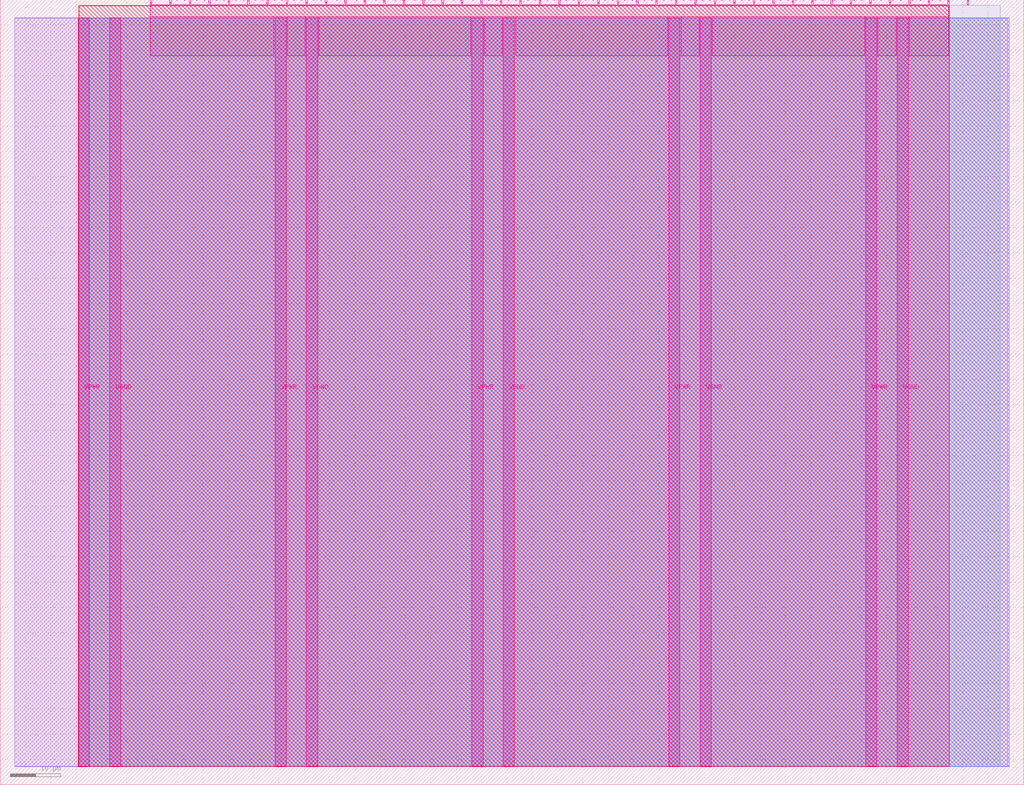
<source format=lef>
VERSION 5.7 ;
  NOWIREEXTENSIONATPIN ON ;
  DIVIDERCHAR "/" ;
  BUSBITCHARS "[]" ;
MACRO tt_um_nithishreddykvs
  CLASS BLOCK ;
  FOREIGN tt_um_nithishreddykvs ;
  ORIGIN 0.000 0.000 ;
  SIZE 202.080 BY 154.980 ;
  PIN VGND
    DIRECTION INOUT ;
    USE GROUND ;
    PORT
      LAYER Metal5 ;
        RECT 21.580 3.560 23.780 151.420 ;
    END
    PORT
      LAYER Metal5 ;
        RECT 60.450 3.560 62.650 151.420 ;
    END
    PORT
      LAYER Metal5 ;
        RECT 99.320 3.560 101.520 151.420 ;
    END
    PORT
      LAYER Metal5 ;
        RECT 138.190 3.560 140.390 151.420 ;
    END
    PORT
      LAYER Metal5 ;
        RECT 177.060 3.560 179.260 151.420 ;
    END
  END VGND
  PIN VPWR
    DIRECTION INOUT ;
    USE POWER ;
    PORT
      LAYER Metal5 ;
        RECT 15.380 3.560 17.580 151.420 ;
    END
    PORT
      LAYER Metal5 ;
        RECT 54.250 3.560 56.450 151.420 ;
    END
    PORT
      LAYER Metal5 ;
        RECT 93.120 3.560 95.320 151.420 ;
    END
    PORT
      LAYER Metal5 ;
        RECT 131.990 3.560 134.190 151.420 ;
    END
    PORT
      LAYER Metal5 ;
        RECT 170.860 3.560 173.060 151.420 ;
    END
  END VPWR
  PIN clk
    DIRECTION INPUT ;
    USE SIGNAL ;
    ANTENNAGATEAREA 0.213200 ;
    PORT
      LAYER Metal5 ;
        RECT 187.050 153.980 187.350 154.980 ;
    END
  END clk
  PIN ena
    DIRECTION INPUT ;
    USE SIGNAL ;
    PORT
      LAYER Metal5 ;
        RECT 190.890 153.980 191.190 154.980 ;
    END
  END ena
  PIN rst_n
    DIRECTION INPUT ;
    USE SIGNAL ;
    PORT
      LAYER Metal5 ;
        RECT 183.210 153.980 183.510 154.980 ;
    END
  END rst_n
  PIN ui_in[0]
    DIRECTION INPUT ;
    USE SIGNAL ;
    ANTENNAGATEAREA 0.180700 ;
    PORT
      LAYER Metal5 ;
        RECT 179.370 153.980 179.670 154.980 ;
    END
  END ui_in[0]
  PIN ui_in[1]
    DIRECTION INPUT ;
    USE SIGNAL ;
    ANTENNAGATEAREA 0.180700 ;
    PORT
      LAYER Metal5 ;
        RECT 175.530 153.980 175.830 154.980 ;
    END
  END ui_in[1]
  PIN ui_in[2]
    DIRECTION INPUT ;
    USE SIGNAL ;
    PORT
      LAYER Metal5 ;
        RECT 171.690 153.980 171.990 154.980 ;
    END
  END ui_in[2]
  PIN ui_in[3]
    DIRECTION INPUT ;
    USE SIGNAL ;
    PORT
      LAYER Metal5 ;
        RECT 167.850 153.980 168.150 154.980 ;
    END
  END ui_in[3]
  PIN ui_in[4]
    DIRECTION INPUT ;
    USE SIGNAL ;
    PORT
      LAYER Metal5 ;
        RECT 164.010 153.980 164.310 154.980 ;
    END
  END ui_in[4]
  PIN ui_in[5]
    DIRECTION INPUT ;
    USE SIGNAL ;
    PORT
      LAYER Metal5 ;
        RECT 160.170 153.980 160.470 154.980 ;
    END
  END ui_in[5]
  PIN ui_in[6]
    DIRECTION INPUT ;
    USE SIGNAL ;
    PORT
      LAYER Metal5 ;
        RECT 156.330 153.980 156.630 154.980 ;
    END
  END ui_in[6]
  PIN ui_in[7]
    DIRECTION INPUT ;
    USE SIGNAL ;
    PORT
      LAYER Metal5 ;
        RECT 152.490 153.980 152.790 154.980 ;
    END
  END ui_in[7]
  PIN uio_in[0]
    DIRECTION INPUT ;
    USE SIGNAL ;
    PORT
      LAYER Metal5 ;
        RECT 148.650 153.980 148.950 154.980 ;
    END
  END uio_in[0]
  PIN uio_in[1]
    DIRECTION INPUT ;
    USE SIGNAL ;
    PORT
      LAYER Metal5 ;
        RECT 144.810 153.980 145.110 154.980 ;
    END
  END uio_in[1]
  PIN uio_in[2]
    DIRECTION INPUT ;
    USE SIGNAL ;
    PORT
      LAYER Metal5 ;
        RECT 140.970 153.980 141.270 154.980 ;
    END
  END uio_in[2]
  PIN uio_in[3]
    DIRECTION INPUT ;
    USE SIGNAL ;
    PORT
      LAYER Metal5 ;
        RECT 137.130 153.980 137.430 154.980 ;
    END
  END uio_in[3]
  PIN uio_in[4]
    DIRECTION INPUT ;
    USE SIGNAL ;
    PORT
      LAYER Metal5 ;
        RECT 133.290 153.980 133.590 154.980 ;
    END
  END uio_in[4]
  PIN uio_in[5]
    DIRECTION INPUT ;
    USE SIGNAL ;
    PORT
      LAYER Metal5 ;
        RECT 129.450 153.980 129.750 154.980 ;
    END
  END uio_in[5]
  PIN uio_in[6]
    DIRECTION INPUT ;
    USE SIGNAL ;
    PORT
      LAYER Metal5 ;
        RECT 125.610 153.980 125.910 154.980 ;
    END
  END uio_in[6]
  PIN uio_in[7]
    DIRECTION INPUT ;
    USE SIGNAL ;
    PORT
      LAYER Metal5 ;
        RECT 121.770 153.980 122.070 154.980 ;
    END
  END uio_in[7]
  PIN uio_oe[0]
    DIRECTION OUTPUT ;
    USE SIGNAL ;
    ANTENNADIFFAREA 0.299200 ;
    PORT
      LAYER Metal5 ;
        RECT 56.490 153.980 56.790 154.980 ;
    END
  END uio_oe[0]
  PIN uio_oe[1]
    DIRECTION OUTPUT ;
    USE SIGNAL ;
    ANTENNADIFFAREA 0.299200 ;
    PORT
      LAYER Metal5 ;
        RECT 52.650 153.980 52.950 154.980 ;
    END
  END uio_oe[1]
  PIN uio_oe[2]
    DIRECTION OUTPUT ;
    USE SIGNAL ;
    ANTENNADIFFAREA 0.299200 ;
    PORT
      LAYER Metal5 ;
        RECT 48.810 153.980 49.110 154.980 ;
    END
  END uio_oe[2]
  PIN uio_oe[3]
    DIRECTION OUTPUT ;
    USE SIGNAL ;
    ANTENNADIFFAREA 0.299200 ;
    PORT
      LAYER Metal5 ;
        RECT 44.970 153.980 45.270 154.980 ;
    END
  END uio_oe[3]
  PIN uio_oe[4]
    DIRECTION OUTPUT ;
    USE SIGNAL ;
    ANTENNADIFFAREA 0.299200 ;
    PORT
      LAYER Metal5 ;
        RECT 41.130 153.980 41.430 154.980 ;
    END
  END uio_oe[4]
  PIN uio_oe[5]
    DIRECTION OUTPUT ;
    USE SIGNAL ;
    ANTENNADIFFAREA 0.299200 ;
    PORT
      LAYER Metal5 ;
        RECT 37.290 153.980 37.590 154.980 ;
    END
  END uio_oe[5]
  PIN uio_oe[6]
    DIRECTION OUTPUT ;
    USE SIGNAL ;
    ANTENNADIFFAREA 0.299200 ;
    PORT
      LAYER Metal5 ;
        RECT 33.450 153.980 33.750 154.980 ;
    END
  END uio_oe[6]
  PIN uio_oe[7]
    DIRECTION OUTPUT ;
    USE SIGNAL ;
    ANTENNADIFFAREA 0.299200 ;
    PORT
      LAYER Metal5 ;
        RECT 29.610 153.980 29.910 154.980 ;
    END
  END uio_oe[7]
  PIN uio_out[0]
    DIRECTION OUTPUT ;
    USE SIGNAL ;
    ANTENNADIFFAREA 0.299200 ;
    PORT
      LAYER Metal5 ;
        RECT 87.210 153.980 87.510 154.980 ;
    END
  END uio_out[0]
  PIN uio_out[1]
    DIRECTION OUTPUT ;
    USE SIGNAL ;
    ANTENNADIFFAREA 0.299200 ;
    PORT
      LAYER Metal5 ;
        RECT 83.370 153.980 83.670 154.980 ;
    END
  END uio_out[1]
  PIN uio_out[2]
    DIRECTION OUTPUT ;
    USE SIGNAL ;
    ANTENNADIFFAREA 0.299200 ;
    PORT
      LAYER Metal5 ;
        RECT 79.530 153.980 79.830 154.980 ;
    END
  END uio_out[2]
  PIN uio_out[3]
    DIRECTION OUTPUT ;
    USE SIGNAL ;
    ANTENNADIFFAREA 0.299200 ;
    PORT
      LAYER Metal5 ;
        RECT 75.690 153.980 75.990 154.980 ;
    END
  END uio_out[3]
  PIN uio_out[4]
    DIRECTION OUTPUT ;
    USE SIGNAL ;
    ANTENNADIFFAREA 0.299200 ;
    PORT
      LAYER Metal5 ;
        RECT 71.850 153.980 72.150 154.980 ;
    END
  END uio_out[4]
  PIN uio_out[5]
    DIRECTION OUTPUT ;
    USE SIGNAL ;
    ANTENNADIFFAREA 0.299200 ;
    PORT
      LAYER Metal5 ;
        RECT 68.010 153.980 68.310 154.980 ;
    END
  END uio_out[5]
  PIN uio_out[6]
    DIRECTION OUTPUT ;
    USE SIGNAL ;
    ANTENNADIFFAREA 0.299200 ;
    PORT
      LAYER Metal5 ;
        RECT 64.170 153.980 64.470 154.980 ;
    END
  END uio_out[6]
  PIN uio_out[7]
    DIRECTION OUTPUT ;
    USE SIGNAL ;
    ANTENNADIFFAREA 0.299200 ;
    PORT
      LAYER Metal5 ;
        RECT 60.330 153.980 60.630 154.980 ;
    END
  END uio_out[7]
  PIN uo_out[0]
    DIRECTION OUTPUT ;
    USE SIGNAL ;
    ANTENNADIFFAREA 0.654800 ;
    PORT
      LAYER Metal5 ;
        RECT 117.930 153.980 118.230 154.980 ;
    END
  END uo_out[0]
  PIN uo_out[1]
    DIRECTION OUTPUT ;
    USE SIGNAL ;
    ANTENNADIFFAREA 0.299200 ;
    PORT
      LAYER Metal5 ;
        RECT 114.090 153.980 114.390 154.980 ;
    END
  END uo_out[1]
  PIN uo_out[2]
    DIRECTION OUTPUT ;
    USE SIGNAL ;
    ANTENNADIFFAREA 0.299200 ;
    PORT
      LAYER Metal5 ;
        RECT 110.250 153.980 110.550 154.980 ;
    END
  END uo_out[2]
  PIN uo_out[3]
    DIRECTION OUTPUT ;
    USE SIGNAL ;
    ANTENNADIFFAREA 0.299200 ;
    PORT
      LAYER Metal5 ;
        RECT 106.410 153.980 106.710 154.980 ;
    END
  END uo_out[3]
  PIN uo_out[4]
    DIRECTION OUTPUT ;
    USE SIGNAL ;
    ANTENNADIFFAREA 0.299200 ;
    PORT
      LAYER Metal5 ;
        RECT 102.570 153.980 102.870 154.980 ;
    END
  END uo_out[4]
  PIN uo_out[5]
    DIRECTION OUTPUT ;
    USE SIGNAL ;
    ANTENNADIFFAREA 0.299200 ;
    PORT
      LAYER Metal5 ;
        RECT 98.730 153.980 99.030 154.980 ;
    END
  END uo_out[5]
  PIN uo_out[6]
    DIRECTION OUTPUT ;
    USE SIGNAL ;
    ANTENNADIFFAREA 0.299200 ;
    PORT
      LAYER Metal5 ;
        RECT 94.890 153.980 95.190 154.980 ;
    END
  END uo_out[6]
  PIN uo_out[7]
    DIRECTION OUTPUT ;
    USE SIGNAL ;
    ANTENNADIFFAREA 0.299200 ;
    PORT
      LAYER Metal5 ;
        RECT 91.050 153.980 91.350 154.980 ;
    END
  END uo_out[7]
  OBS
      LAYER GatPoly ;
        RECT 2.880 3.630 199.200 151.350 ;
      LAYER Metal1 ;
        RECT 2.880 3.560 199.200 151.420 ;
      LAYER Metal2 ;
        RECT 15.515 3.680 198.865 151.300 ;
      LAYER Metal3 ;
        RECT 15.560 3.635 197.380 153.865 ;
      LAYER Metal4 ;
        RECT 15.515 3.680 187.345 153.820 ;
      LAYER Metal5 ;
        RECT 30.120 153.770 33.240 153.980 ;
        RECT 33.960 153.770 37.080 153.980 ;
        RECT 37.800 153.770 40.920 153.980 ;
        RECT 41.640 153.770 44.760 153.980 ;
        RECT 45.480 153.770 48.600 153.980 ;
        RECT 49.320 153.770 52.440 153.980 ;
        RECT 53.160 153.770 56.280 153.980 ;
        RECT 57.000 153.770 60.120 153.980 ;
        RECT 60.840 153.770 63.960 153.980 ;
        RECT 64.680 153.770 67.800 153.980 ;
        RECT 68.520 153.770 71.640 153.980 ;
        RECT 72.360 153.770 75.480 153.980 ;
        RECT 76.200 153.770 79.320 153.980 ;
        RECT 80.040 153.770 83.160 153.980 ;
        RECT 83.880 153.770 87.000 153.980 ;
        RECT 87.720 153.770 90.840 153.980 ;
        RECT 91.560 153.770 94.680 153.980 ;
        RECT 95.400 153.770 98.520 153.980 ;
        RECT 99.240 153.770 102.360 153.980 ;
        RECT 103.080 153.770 106.200 153.980 ;
        RECT 106.920 153.770 110.040 153.980 ;
        RECT 110.760 153.770 113.880 153.980 ;
        RECT 114.600 153.770 117.720 153.980 ;
        RECT 118.440 153.770 121.560 153.980 ;
        RECT 122.280 153.770 125.400 153.980 ;
        RECT 126.120 153.770 129.240 153.980 ;
        RECT 129.960 153.770 133.080 153.980 ;
        RECT 133.800 153.770 136.920 153.980 ;
        RECT 137.640 153.770 140.760 153.980 ;
        RECT 141.480 153.770 144.600 153.980 ;
        RECT 145.320 153.770 148.440 153.980 ;
        RECT 149.160 153.770 152.280 153.980 ;
        RECT 153.000 153.770 156.120 153.980 ;
        RECT 156.840 153.770 159.960 153.980 ;
        RECT 160.680 153.770 163.800 153.980 ;
        RECT 164.520 153.770 167.640 153.980 ;
        RECT 168.360 153.770 171.480 153.980 ;
        RECT 172.200 153.770 175.320 153.980 ;
        RECT 176.040 153.770 179.160 153.980 ;
        RECT 179.880 153.770 183.000 153.980 ;
        RECT 183.720 153.770 186.840 153.980 ;
        RECT 29.660 151.630 187.300 153.770 ;
        RECT 29.660 143.915 54.040 151.630 ;
        RECT 56.660 143.915 60.240 151.630 ;
        RECT 62.860 143.915 92.910 151.630 ;
        RECT 95.530 143.915 99.110 151.630 ;
        RECT 101.730 143.915 131.780 151.630 ;
        RECT 134.400 143.915 137.980 151.630 ;
        RECT 140.600 143.915 170.650 151.630 ;
        RECT 173.270 143.915 176.850 151.630 ;
        RECT 179.470 143.915 187.300 151.630 ;
  END
END tt_um_nithishreddykvs
END LIBRARY


</source>
